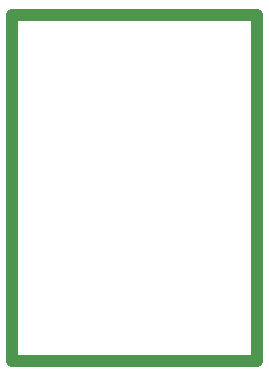
<source format=gm1>
G04*
G04 #@! TF.GenerationSoftware,Altium Limited,Altium Designer,22.9.1 (49)*
G04*
G04 Layer_Color=16711935*
%FSLAX25Y25*%
%MOIN*%
G70*
G04*
G04 #@! TF.SameCoordinates,48678A20-E73A-45B2-88C3-2CBFC3E8533A*
G04*
G04*
G04 #@! TF.FilePolarity,Positive*
G04*
G01*
G75*
%ADD29C,0.03937*%
D29*
X1500Y1500D02*
X83000D01*
X1500Y117000D02*
X83000D01*
Y1500D02*
Y117000D01*
X1500Y1500D02*
Y117000D01*
M02*

</source>
